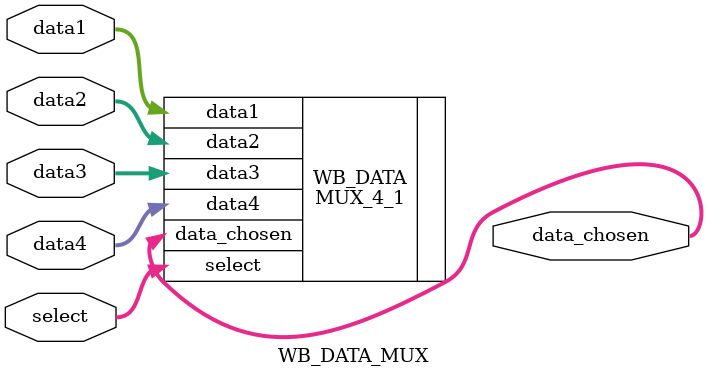
<source format=v>
`timescale 1ns / 1ps


module WB_DATA_MUX(
    input [31:0] data1,
    input [31:0] data2,
    input [31:0] data3,
    input [31:0] data4,
    input [1:0] select,
    output wire [31:0] data_chosen
    );

MUX_4_1 WB_DATA(
    .data1(data1),
    .data2(data2),
    .data3(data3),
    .data4(data4),
    .select(select),
    .data_chosen(data_chosen)
);

endmodule

</source>
